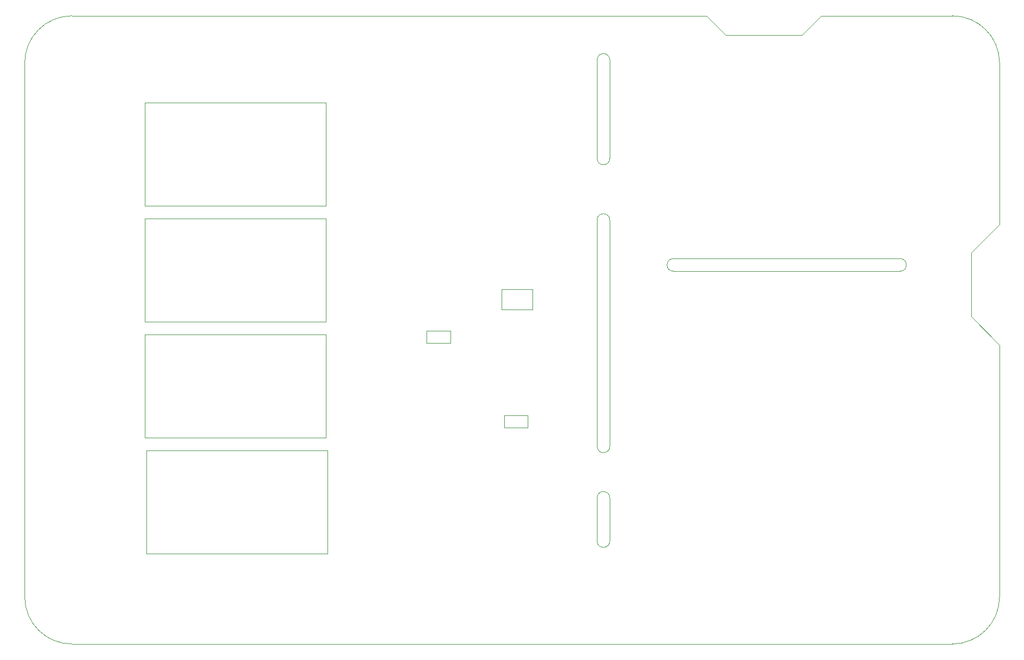
<source format=gbr>
G04 #@! TF.GenerationSoftware,KiCad,Pcbnew,7.0.7+dfsg-1*
G04 #@! TF.CreationDate,2024-12-03T08:15:38+01:00*
G04 #@! TF.ProjectId,evoIII-pulseboard,65766f49-4949-42d7-9075-6c7365626f61,rev?*
G04 #@! TF.SameCoordinates,Original*
G04 #@! TF.FileFunction,Other,User*
%FSLAX46Y46*%
G04 Gerber Fmt 4.6, Leading zero omitted, Abs format (unit mm)*
G04 Created by KiCad (PCBNEW 7.0.7+dfsg-1) date 2024-12-03 08:15:38*
%MOMM*%
%LPD*%
G01*
G04 APERTURE LIST*
%ADD10C,0.050000*%
G04 #@! TA.AperFunction,Profile*
%ADD11C,0.100000*%
G04 #@! TD*
G04 APERTURE END LIST*
D10*
X236590000Y-122750000D02*
X236590000Y-106350000D01*
X265370000Y-122750000D02*
X236590000Y-122750000D01*
X236590000Y-106350000D02*
X265370000Y-106350000D01*
X265370000Y-106350000D02*
X265370000Y-122750000D01*
X293300000Y-136080000D02*
X293300000Y-139280000D01*
X293300000Y-139280000D02*
X298260000Y-139280000D01*
X298260000Y-136080000D02*
X293300000Y-136080000D01*
X298260000Y-139280000D02*
X298260000Y-136080000D01*
X236895000Y-178100000D02*
X236895000Y-161700000D01*
X265675000Y-178100000D02*
X236895000Y-178100000D01*
X236895000Y-161700000D02*
X265675000Y-161700000D01*
X265675000Y-161700000D02*
X265675000Y-178100000D01*
X236610000Y-141200000D02*
X236610000Y-124800000D01*
X265390000Y-141200000D02*
X236610000Y-141200000D01*
X236610000Y-124800000D02*
X265390000Y-124800000D01*
X265390000Y-124800000D02*
X265390000Y-141200000D01*
X285191600Y-144617000D02*
X285191600Y-142657000D01*
X285191600Y-142657000D02*
X281431600Y-142657000D01*
X281431600Y-144617000D02*
X285191600Y-144617000D01*
X281431600Y-142657000D02*
X281431600Y-144617000D01*
X236610000Y-159650000D02*
X236610000Y-143250000D01*
X265390000Y-159650000D02*
X236610000Y-159650000D01*
X236610000Y-143250000D02*
X265390000Y-143250000D01*
X265390000Y-143250000D02*
X265390000Y-159650000D01*
X293750600Y-156068200D02*
X293750600Y-158028200D01*
X293750600Y-158028200D02*
X297510600Y-158028200D01*
X297510600Y-156068200D02*
X293750600Y-156068200D01*
X297510600Y-158028200D02*
X297510600Y-156068200D01*
D11*
X217500000Y-185000000D02*
X217500000Y-100000000D01*
X308515873Y-169241000D02*
X308515873Y-176126000D01*
X225000000Y-92500000D02*
G75*
G03*
X217500000Y-100000000I0J-7500000D01*
G01*
X308515873Y-125000000D02*
X308515873Y-161050000D01*
X365000000Y-192500000D02*
X225000000Y-192500000D01*
X325907400Y-92500000D02*
X328987600Y-95580200D01*
X356681400Y-133154200D02*
G75*
G03*
X356681400Y-131154000I0J1000100D01*
G01*
X217500000Y-185000000D02*
G75*
G03*
X225000000Y-192500000I7500000J0D01*
G01*
X310516127Y-169241000D02*
X310516127Y-176126000D01*
X320631400Y-133158254D02*
X356681400Y-133158254D01*
X328987600Y-95580200D02*
X341045800Y-95580200D01*
X372500000Y-100000000D02*
G75*
G03*
X365000000Y-92500000I-7500000J0D01*
G01*
X320631400Y-131157946D02*
G75*
G03*
X320631400Y-133158254I0J-1000154D01*
G01*
X308519873Y-161050000D02*
G75*
G03*
X310520127Y-161050000I1000127J0D01*
G01*
X308515873Y-176126000D02*
G75*
G03*
X310516127Y-176126000I1000127J0D01*
G01*
X308515873Y-115208873D02*
G75*
G03*
X310516127Y-115208873I1000127J0D01*
G01*
X225000000Y-92500000D02*
X325907400Y-92500000D01*
X365000000Y-192500000D02*
G75*
G03*
X372500000Y-185000000I0J7500000D01*
G01*
X310516127Y-99500000D02*
G75*
G03*
X309516000Y-98499873I-1000127J0D01*
G01*
X356681400Y-131154000D02*
X320631400Y-131154000D01*
X309516000Y-98499873D02*
G75*
G03*
X308515873Y-99500000I0J-1000127D01*
G01*
X372499673Y-125670327D02*
X367990000Y-130180000D01*
X372500000Y-100000000D02*
X372500000Y-125670000D01*
X372500000Y-185000000D02*
X372500000Y-144900000D01*
X310516127Y-169241000D02*
G75*
G03*
X308515873Y-169241000I-1000127J0D01*
G01*
X367990000Y-130180000D02*
X367990000Y-140390000D01*
X310516127Y-125000000D02*
G75*
G03*
X308515873Y-125000000I-1000127J0D01*
G01*
X367990000Y-140390000D02*
X372500055Y-144900055D01*
X308515873Y-115208873D02*
X308515873Y-99500000D01*
X344126000Y-92500000D02*
X365000000Y-92500000D01*
X310520127Y-161050000D02*
X310520127Y-125000000D01*
X341045800Y-95580200D02*
X344126000Y-92500000D01*
X310516127Y-99500000D02*
X310516127Y-115208873D01*
M02*

</source>
